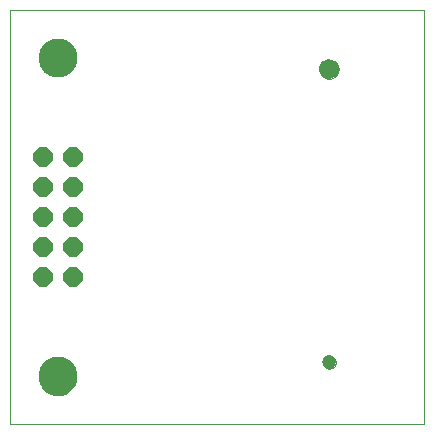
<source format=gbs>
G75*
G70*
%OFA0B0*%
%FSLAX24Y24*%
%IPPOS*%
%LPD*%
%AMOC8*
5,1,8,0,0,1.08239X$1,22.5*
%
%ADD10C,0.0000*%
%ADD11C,0.1300*%
%ADD12C,0.0670*%
%ADD13C,0.0473*%
%ADD14OC8,0.0640*%
D10*
X000377Y000377D02*
X014156Y000377D01*
X014156Y014156D01*
X000377Y014156D01*
X000377Y000377D01*
X001322Y001952D02*
X001324Y002002D01*
X001330Y002052D01*
X001340Y002101D01*
X001354Y002149D01*
X001371Y002196D01*
X001392Y002241D01*
X001417Y002285D01*
X001445Y002326D01*
X001477Y002365D01*
X001511Y002402D01*
X001548Y002436D01*
X001588Y002466D01*
X001630Y002493D01*
X001674Y002517D01*
X001720Y002538D01*
X001767Y002554D01*
X001815Y002567D01*
X001865Y002576D01*
X001914Y002581D01*
X001965Y002582D01*
X002015Y002579D01*
X002064Y002572D01*
X002113Y002561D01*
X002161Y002546D01*
X002207Y002528D01*
X002252Y002506D01*
X002295Y002480D01*
X002336Y002451D01*
X002375Y002419D01*
X002411Y002384D01*
X002443Y002346D01*
X002473Y002306D01*
X002500Y002263D01*
X002523Y002219D01*
X002542Y002173D01*
X002558Y002125D01*
X002570Y002076D01*
X002578Y002027D01*
X002582Y001977D01*
X002582Y001927D01*
X002578Y001877D01*
X002570Y001828D01*
X002558Y001779D01*
X002542Y001731D01*
X002523Y001685D01*
X002500Y001641D01*
X002473Y001598D01*
X002443Y001558D01*
X002411Y001520D01*
X002375Y001485D01*
X002336Y001453D01*
X002295Y001424D01*
X002252Y001398D01*
X002207Y001376D01*
X002161Y001358D01*
X002113Y001343D01*
X002064Y001332D01*
X002015Y001325D01*
X001965Y001322D01*
X001914Y001323D01*
X001865Y001328D01*
X001815Y001337D01*
X001767Y001350D01*
X001720Y001366D01*
X001674Y001387D01*
X001630Y001411D01*
X001588Y001438D01*
X001548Y001468D01*
X001511Y001502D01*
X001477Y001539D01*
X001445Y001578D01*
X001417Y001619D01*
X001392Y001663D01*
X001371Y001708D01*
X001354Y001755D01*
X001340Y001803D01*
X001330Y001852D01*
X001324Y001902D01*
X001322Y001952D01*
X010790Y002424D02*
X010792Y002453D01*
X010798Y002481D01*
X010807Y002509D01*
X010820Y002535D01*
X010837Y002558D01*
X010856Y002580D01*
X010878Y002599D01*
X010903Y002614D01*
X010929Y002627D01*
X010957Y002635D01*
X010985Y002640D01*
X011014Y002641D01*
X011043Y002638D01*
X011071Y002631D01*
X011098Y002621D01*
X011124Y002607D01*
X011147Y002590D01*
X011168Y002570D01*
X011186Y002547D01*
X011201Y002522D01*
X011212Y002495D01*
X011220Y002467D01*
X011224Y002438D01*
X011224Y002410D01*
X011220Y002381D01*
X011212Y002353D01*
X011201Y002326D01*
X011186Y002301D01*
X011168Y002278D01*
X011147Y002258D01*
X011124Y002241D01*
X011098Y002227D01*
X011071Y002217D01*
X011043Y002210D01*
X011014Y002207D01*
X010985Y002208D01*
X010957Y002213D01*
X010929Y002221D01*
X010903Y002234D01*
X010878Y002249D01*
X010856Y002268D01*
X010837Y002290D01*
X010820Y002313D01*
X010807Y002339D01*
X010798Y002367D01*
X010792Y002395D01*
X010790Y002424D01*
X010692Y012188D02*
X010694Y012223D01*
X010700Y012258D01*
X010710Y012292D01*
X010723Y012325D01*
X010740Y012356D01*
X010761Y012384D01*
X010784Y012411D01*
X010811Y012434D01*
X010839Y012455D01*
X010870Y012472D01*
X010903Y012485D01*
X010937Y012495D01*
X010972Y012501D01*
X011007Y012503D01*
X011042Y012501D01*
X011077Y012495D01*
X011111Y012485D01*
X011144Y012472D01*
X011175Y012455D01*
X011203Y012434D01*
X011230Y012411D01*
X011253Y012384D01*
X011274Y012356D01*
X011291Y012325D01*
X011304Y012292D01*
X011314Y012258D01*
X011320Y012223D01*
X011322Y012188D01*
X011320Y012153D01*
X011314Y012118D01*
X011304Y012084D01*
X011291Y012051D01*
X011274Y012020D01*
X011253Y011992D01*
X011230Y011965D01*
X011203Y011942D01*
X011175Y011921D01*
X011144Y011904D01*
X011111Y011891D01*
X011077Y011881D01*
X011042Y011875D01*
X011007Y011873D01*
X010972Y011875D01*
X010937Y011881D01*
X010903Y011891D01*
X010870Y011904D01*
X010839Y011921D01*
X010811Y011942D01*
X010784Y011965D01*
X010761Y011992D01*
X010740Y012020D01*
X010723Y012051D01*
X010710Y012084D01*
X010700Y012118D01*
X010694Y012153D01*
X010692Y012188D01*
X001322Y012582D02*
X001324Y012632D01*
X001330Y012682D01*
X001340Y012731D01*
X001354Y012779D01*
X001371Y012826D01*
X001392Y012871D01*
X001417Y012915D01*
X001445Y012956D01*
X001477Y012995D01*
X001511Y013032D01*
X001548Y013066D01*
X001588Y013096D01*
X001630Y013123D01*
X001674Y013147D01*
X001720Y013168D01*
X001767Y013184D01*
X001815Y013197D01*
X001865Y013206D01*
X001914Y013211D01*
X001965Y013212D01*
X002015Y013209D01*
X002064Y013202D01*
X002113Y013191D01*
X002161Y013176D01*
X002207Y013158D01*
X002252Y013136D01*
X002295Y013110D01*
X002336Y013081D01*
X002375Y013049D01*
X002411Y013014D01*
X002443Y012976D01*
X002473Y012936D01*
X002500Y012893D01*
X002523Y012849D01*
X002542Y012803D01*
X002558Y012755D01*
X002570Y012706D01*
X002578Y012657D01*
X002582Y012607D01*
X002582Y012557D01*
X002578Y012507D01*
X002570Y012458D01*
X002558Y012409D01*
X002542Y012361D01*
X002523Y012315D01*
X002500Y012271D01*
X002473Y012228D01*
X002443Y012188D01*
X002411Y012150D01*
X002375Y012115D01*
X002336Y012083D01*
X002295Y012054D01*
X002252Y012028D01*
X002207Y012006D01*
X002161Y011988D01*
X002113Y011973D01*
X002064Y011962D01*
X002015Y011955D01*
X001965Y011952D01*
X001914Y011953D01*
X001865Y011958D01*
X001815Y011967D01*
X001767Y011980D01*
X001720Y011996D01*
X001674Y012017D01*
X001630Y012041D01*
X001588Y012068D01*
X001548Y012098D01*
X001511Y012132D01*
X001477Y012169D01*
X001445Y012208D01*
X001417Y012249D01*
X001392Y012293D01*
X001371Y012338D01*
X001354Y012385D01*
X001340Y012433D01*
X001330Y012482D01*
X001324Y012532D01*
X001322Y012582D01*
D11*
X001952Y012582D03*
X001952Y001952D03*
D12*
X011007Y012188D03*
D13*
X011007Y002424D03*
D14*
X002452Y005267D03*
X002452Y006267D03*
X002452Y007267D03*
X002452Y008267D03*
X002452Y009267D03*
X001452Y009267D03*
X001452Y008267D03*
X001452Y007267D03*
X001452Y006267D03*
X001452Y005267D03*
M02*

</source>
